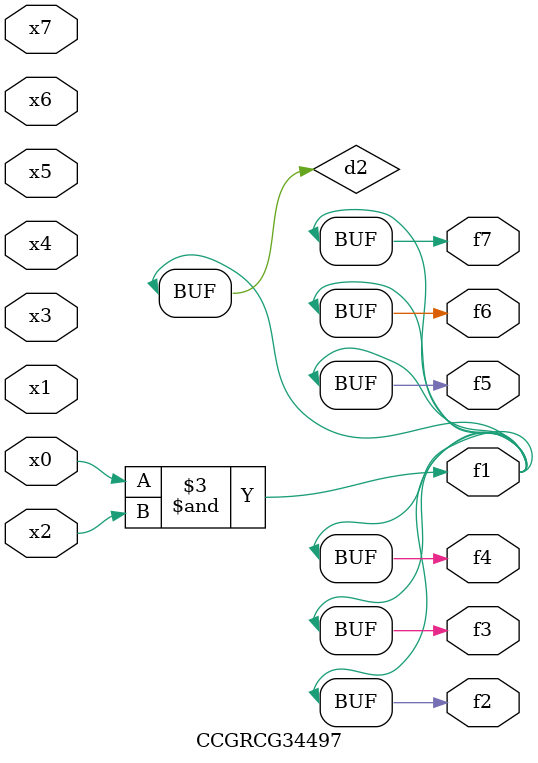
<source format=v>
module CCGRCG34497(
	input x0, x1, x2, x3, x4, x5, x6, x7,
	output f1, f2, f3, f4, f5, f6, f7
);

	wire d1, d2;

	nor (d1, x3, x6);
	and (d2, x0, x2);
	assign f1 = d2;
	assign f2 = d2;
	assign f3 = d2;
	assign f4 = d2;
	assign f5 = d2;
	assign f6 = d2;
	assign f7 = d2;
endmodule

</source>
